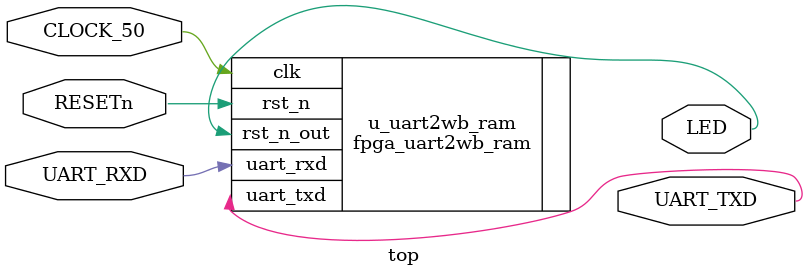
<source format=sv>

module top
(
    input         CLOCK_50,     // 50 MHz
    input         RESETn,       // RESETn Mapped to KEY[0]
    output        LED,
    input         UART_RXD,
    output        UART_TXD
);

fpga_uart2wb_ram #(.CLK_FREQ(50))
u_uart2wb_ram (
    .clk      (CLOCK_50),
    .rst_n    (RESETn),
    .rst_n_out(LED),
    .uart_rxd (UART_RXD),
    .uart_txd (UART_TXD)
);

endmodule

</source>
